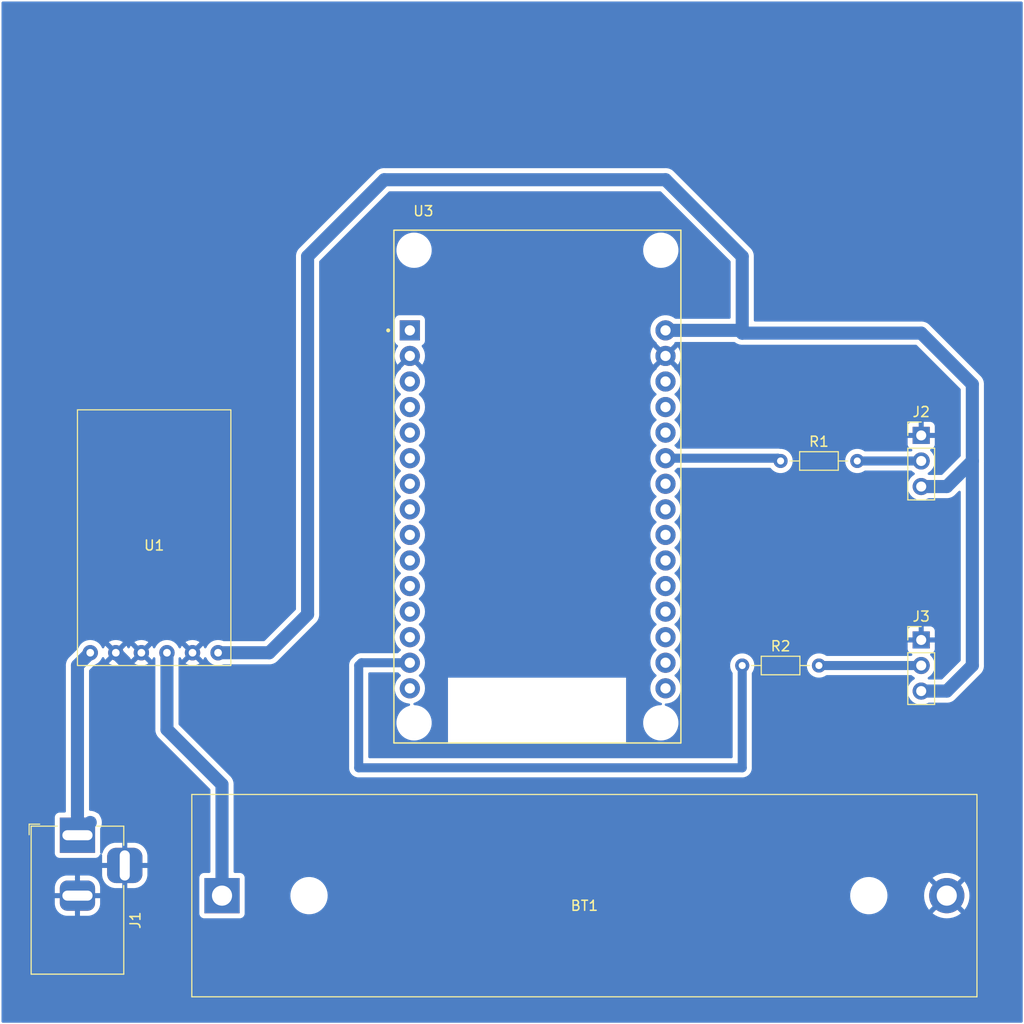
<source format=kicad_pcb>
(kicad_pcb (version 20221018) (generator pcbnew)
  (layers (0 "F.Cu" signal) (31 "B.Cu" signal) (34 "B.Paste" user) (35 "F.Paste" user) (36 "B.SilkS" user "B.Silkscreen") (37 "F.SilkS" user "F.Silkscreen") (38 "B.Mask" user) (39 "F.Mask" user) (44 "Edge.Cuts" user))
  (net 0 "")
  (net 1 "+BATT")
  (net 2 "GND")
  (net 3 "VDC")
  (net 4 "Net-(J2-Pin_2)")
  (net 5 "+5V")
  (net 6 "Net-(J3-Pin_2)")
  (net 7 "Net-(U3-D27)")
  (net 8 "Net-(U3-D22)")
  (footprint "MH-CD42:mh-cd42" (layer "F.Cu") (at 50.8 93.98)
    (fp_text reference "U1" (at 0 0.77 unlocked) (layer "F.SilkS"))
    (fp_text value "mh-cd42")
    (fp_rect (start -7.62 -12.7) (end 7.62 12.7) (stroke (width 0.12)) (fill none) (layer "F.SilkS"))
    (pad "1" thru_hole circle (at -6.35 11.43) (size 1.524 1.524) (drill 0.762) (layers "*.Cu" "*.Mask") (net 3 "VDC"))
    (pad "2" thru_hole circle (at -3.81 11.43) (size 1.524 1.524) (drill 0.762) (layers "*.Cu" "*.Mask") (net 2 "GND"))
    (pad "3" thru_hole circle (at -1.27 11.43) (size 1.524 1.524) (drill 0.762) (layers "*.Cu" "*.Mask") (net 2 "GND"))
    (pad "4" thru_hole circle (at 1.27 11.43) (size 1.524 1.524) (drill 0.762) (layers "*.Cu" "*.Mask") (net 1 "+BATT"))
    (pad "5" thru_hole circle (at 3.81 11.43) (size 1.524 1.524) (drill 0.762) (layers "*.Cu" "*.Mask") (net 2 "GND"))
    (pad "6" thru_hole circle (at 6.35 11.43) (size 1.524 1.524) (drill 0.762) (layers "*.Cu" "*.Mask") (net 5 "+5V"))
  )
  (footprint "Resistor_THT:R_Axial_DIN0204_L3.6mm_D1.6mm_P7.62mm_Horizontal" (layer "F.Cu") (at 113.03 86.36)
    (fp_text reference "R1" (at 3.81 -1.92) (layer "F.SilkS"))
    (fp_text value "330")
    (fp_line (start 0.94 0) (end 1.89 0) (stroke (width 0.12)) (layer "F.SilkS"))
    (fp_line (start 1.89 -0.92) (end 1.89 0.92) (stroke (width 0.12)) (layer "F.SilkS"))
    (fp_line (start 1.89 0.92) (end 5.73 0.92) (stroke (width 0.12)) (layer "F.SilkS"))
    (fp_line (start 5.73 -0.92) (end 1.89 -0.92) (stroke (width 0.12)) (layer "F.SilkS"))
    (fp_line (start 5.73 0.92) (end 5.73 -0.92) (stroke (width 0.12)) (layer "F.SilkS"))
    (fp_line (start 6.68 0) (end 5.73 0) (stroke (width 0.12)) (layer "F.SilkS"))
    (pad "1" thru_hole circle (at 0 0) (size 1.4 1.4) (drill 0.7) (layers "*.Cu" "*.Mask") (net 7 "Net-(U3-D27)"))
    (pad "2" thru_hole oval (at 7.62 0) (size 1.4 1.4) (drill 0.7) (layers "*.Cu" "*.Mask") (net 4 "Net-(J2-Pin_2)"))
  )
  (footprint "Resistor_THT:R_Axial_DIN0204_L3.6mm_D1.6mm_P7.62mm_Horizontal" (layer "F.Cu") (at 109.22 106.68)
    (fp_text reference "R2" (at 3.81 -1.92) (layer "F.SilkS"))
    (fp_text value "330 ")
    (fp_line (start 0.94 0) (end 1.89 0) (stroke (width 0.12)) (layer "F.SilkS"))
    (fp_line (start 1.89 -0.92) (end 1.89 0.92) (stroke (width 0.12)) (layer "F.SilkS"))
    (fp_line (start 1.89 0.92) (end 5.73 0.92) (stroke (width 0.12)) (layer "F.SilkS"))
    (fp_line (start 5.73 -0.92) (end 1.89 -0.92) (stroke (width 0.12)) (layer "F.SilkS"))
    (fp_line (start 5.73 0.92) (end 5.73 -0.92) (stroke (width 0.12)) (layer "F.SilkS"))
    (fp_line (start 6.68 0) (end 5.73 0) (stroke (width 0.12)) (layer "F.SilkS"))
    (pad "1" thru_hole circle (at 0 0) (size 1.4 1.4) (drill 0.7) (layers "*.Cu" "*.Mask") (net 8 "Net-(U3-D22)"))
    (pad "2" thru_hole oval (at 7.62 0) (size 1.4 1.4) (drill 0.7) (layers "*.Cu" "*.Mask") (net 6 "Net-(J3-Pin_2)"))
  )
  (footprint "Connector_BarrelJack:BarrelJack_Horizontal" (layer "F.Cu") (at 43.18 123.54 90)
    (fp_text reference "J1" (at -8.45 5.75 90) (layer "F.SilkS"))
    (fp_text value "Barrel_Jack_Switch")
    (fp_line (start -13.8 -4.6) (end 0.9 -4.6) (stroke (width 0.12)) (layer "F.SilkS"))
    (fp_line (start -13.8 4.6) (end -13.8 -4.6) (stroke (width 0.12)) (layer "F.SilkS"))
    (fp_line (start -5 4.6) (end -13.8 4.6) (stroke (width 0.12)) (layer "F.SilkS"))
    (fp_line (start 0.05 -4.8) (end 1.1 -4.8) (stroke (width 0.12)) (layer "F.SilkS"))
    (fp_line (start 0.9 -4.6) (end 0.9 -2) (stroke (width 0.12)) (layer "F.SilkS"))
    (fp_line (start 0.9 1.9) (end 0.9 4.6) (stroke (width 0.12)) (layer "F.SilkS"))
    (fp_line (start 0.9 4.6) (end -1 4.6) (stroke (width 0.12)) (layer "F.SilkS"))
    (fp_line (start 1.1 -3.75) (end 1.1 -4.8) (stroke (width 0.12)) (layer "F.SilkS"))
    (pad "1" thru_hole rect (at 0 0 90) (size 3.5 3.5) (drill oval 1 3) (layers "*.Cu" "*.Mask") (net 3 "VDC"))
    (pad "2" thru_hole roundrect (at -6 0 90) (size 3 3.5) (drill oval 1 3) (layers "*.Cu" "*.Mask") (net 2 "GND"))
    (pad "3" thru_hole roundrect (at -3 4.7 90) (size 3.5 3.5) (drill oval 3 1) (layers "*.Cu" "*.Mask") (net 2 "GND"))
  )
  (footprint "Connector_PinHeader_2.54mm:PinHeader_1x03_P2.54mm_Vertical" (layer "F.Cu") (at 127 83.82)
    (fp_text reference "J2" (at 0 -2.33) (layer "F.SilkS"))
    (fp_text value "Conn_01x03_Pin")
    (fp_line (start -1.33 -1.33) (end 0 -1.33) (stroke (width 0.12)) (layer "F.SilkS"))
    (fp_line (start -1.33 0) (end -1.33 -1.33) (stroke (width 0.12)) (layer "F.SilkS"))
    (fp_line (start -1.33 1.27) (end -1.33 6.41) (stroke (width 0.12)) (layer "F.SilkS"))
    (fp_line (start -1.33 1.27) (end 1.33 1.27) (stroke (width 0.12)) (layer "F.SilkS"))
    (fp_line (start -1.33 6.41) (end 1.33 6.41) (stroke (width 0.12)) (layer "F.SilkS"))
    (fp_line (start 1.33 1.27) (end 1.33 6.41) (stroke (width 0.12)) (layer "F.SilkS"))
    (pad "1" thru_hole rect (at 0 0) (size 1.7 1.7) (drill 1) (layers "*.Cu" "*.Mask") (net 2 "GND"))
    (pad "2" thru_hole oval (at 0 2.54) (size 1.7 1.7) (drill 1) (layers "*.Cu" "*.Mask") (net 4 "Net-(J2-Pin_2)"))
    (pad "3" thru_hole oval (at 0 5.08) (size 1.7 1.7) (drill 1) (layers "*.Cu" "*.Mask") (net 5 "+5V"))
  )
  (footprint "Connector_PinHeader_2.54mm:PinHeader_1x03_P2.54mm_Vertical" (layer "F.Cu") (at 127 104.14)
    (fp_text reference "J3" (at 0 -2.33) (layer "F.SilkS"))
    (fp_text value "Conn_01x03_Pin")
    (fp_line (start -1.33 -1.33) (end 0 -1.33) (stroke (width 0.12)) (layer "F.SilkS"))
    (fp_line (start -1.33 0) (end -1.33 -1.33) (stroke (width 0.12)) (layer "F.SilkS"))
    (fp_line (start -1.33 1.27) (end -1.33 6.41) (stroke (width 0.12)) (layer "F.SilkS"))
    (fp_line (start -1.33 1.27) (end 1.33 1.27) (stroke (width 0.12)) (layer "F.SilkS"))
    (fp_line (start -1.33 6.41) (end 1.33 6.41) (stroke (width 0.12)) (layer "F.SilkS"))
    (fp_line (start 1.33 1.27) (end 1.33 6.41) (stroke (width 0.12)) (layer "F.SilkS"))
    (pad "1" thru_hole rect (at 0 0) (size 1.7 1.7) (drill 1) (layers "*.Cu" "*.Mask") (net 2 "GND"))
    (pad "2" thru_hole oval (at 0 2.54) (size 1.7 1.7) (drill 1) (layers "*.Cu" "*.Mask") (net 6 "Net-(J3-Pin_2)"))
    (pad "3" thru_hole oval (at 0 5.08) (size 1.7 1.7) (drill 1) (layers "*.Cu" "*.Mask") (net 5 "+5V"))
  )
  (footprint "Battery:BatteryHolder_MPD_BH-18650-PC2" (layer "F.Cu") (at 57.54 129.54)
    (fp_text reference "BT1" (at 36 1) (layer "F.SilkS"))
    (fp_text value "Battery")
    (fp_line (start -3 -10.05) (end 75 -10.05) (stroke (width 0.12)) (layer "F.SilkS"))
    (fp_line (start -3 10.05) (end -3 -10.05) (stroke (width 0.12)) (layer "F.SilkS"))
    (fp_line (start 75 -10.05) (end 75 10.05) (stroke (width 0.12)) (layer "F.SilkS"))
    (fp_line (start 75 10.05) (end -3 10.05) (stroke (width 0.12)) (layer "F.SilkS"))
    (pad "" np_thru_hole circle (at 8.645 0) (size 3.2 3.2) (drill 3.2) (layers "*.Cu" "*.Mask"))
    (pad "" np_thru_hole circle (at 64.255 0) (size 3.2 3.2) (drill 3.2) (layers "*.Cu" "*.Mask"))
    (pad "1" thru_hole rect (at 0 0) (size 3.5 3.5) (drill 2) (layers "*.Cu" "*.Mask") (net 1 "+BATT"))
    (pad "2" thru_hole circle (at 72 0) (size 3.5 3.5) (drill 2) (layers "*.Cu" "*.Mask") (net 2 "GND"))
  )
  (footprint "esp32 dev:MODULE_ESP32_DEVKIT_V1" (layer "F.Cu") (at 88.9 88.9)
    (fp_text reference "U3" (at -11.355 -27.36) (layer "F.SilkS"))
    (fp_text value "ESP32-DEVKIT-V1")
    (fp_line (start -14.28 -25.475) (end -3.211 -25.475) (stroke (width 0.127)) (layer "F.SilkS"))
    (fp_line (start -14.28 -25.475) (end 14.23 -25.475) (stroke (width 0.127)) (layer "F.SilkS"))
    (fp_line (start -14.28 25.475) (end -14.28 -25.475) (stroke (width 0.127)) (layer "F.SilkS"))
    (fp_line (start -14.28 25.475) (end -14.28 -25.475) (stroke (width 0.127)) (layer "F.SilkS"))
    (fp_line (start -14.28 25.475) (end -8.91 25.475) (stroke (width 0.127)) (layer "F.SilkS"))
    (fp_line (start -8.91 25.475) (end 8.78 25.475) (stroke (width 0.127)) (layer "F.SilkS"))
    (fp_line (start -3.211 -25.475) (end 3.5 -25.475) (stroke (width 0.127)) (layer "F.SilkS"))
    (fp_line (start 3.5 -25.475) (end 14.23 -25.475) (stroke (width 0.127)) (layer "F.SilkS"))
    (fp_line (start 8.78 25.475) (end 14.23 25.475) (stroke (width 0.127)) (layer "F.SilkS"))
    (fp_line (start 14.23 -25.475) (end 14.23 25.475) (stroke (width 0.127)) (layer "F.SilkS"))
    (fp_line (start 14.23 -25.475) (end 14.23 25.475) (stroke (width 0.127)) (layer "F.SilkS"))
    (fp_line (start 14.23 25.475) (end -14.28 25.475) (stroke (width 0.127)) (layer "F.SilkS"))
    (fp_circle (center -14.85 -15.515) (end -14.75 -15.515) (stroke (width 0.2)) (fill none) (layer "F.SilkS"))
    (pad "" np_thru_hole circle (at -12.28 -23.475) (size 3 3) (drill 3) (layers "*.Cu" "*.Mask"))
    (pad "" np_thru_hole circle (at -12.28 23.475) (size 3 3) (drill 3) (layers "*.Cu" "*.Mask"))
    (pad "" np_thru_hole circle (at 12.23 -23.475) (size 3 3) (drill 3) (layers "*.Cu" "*.Mask"))
    (pad "" np_thru_hole circle (at 12.23 23.475) (size 3 3) (drill 3) (layers "*.Cu" "*.Mask"))
    (pad "1" thru_hole rect (at -12.7 -15.515) (size 2 2) (drill 1.02) (layers "*.Cu" "*.Mask"))
    (pad "2" thru_hole circle (at -12.7 -12.975) (size 2 2) (drill 1.02) (layers "*.Cu" "*.Mask") (net 2 "GND"))
    (pad "3" thru_hole circle (at -12.7 -10.435) (size 2 2) (drill 1.02) (layers "*.Cu" "*.Mask"))
    (pad "4" thru_hole circle (at -12.7 -7.895) (size 2 2) (drill 1.02) (layers "*.Cu" "*.Mask"))
    (pad "5" thru_hole circle (at -12.7 -5.355) (size 2 2) (drill 1.02) (layers "*.Cu" "*.Mask"))
    (pad "6" thru_hole circle (at -12.7 -2.815) (size 2 2) (drill 1.02) (layers "*.Cu" "*.Mask"))
    (pad "7" thru_hole circle (at -12.7 -0.275) (size 2 2) (drill 1.02) (layers "*.Cu" "*.Mask"))
    (pad "8" thru_hole circle (at -12.7 2.265) (size 2 2) (drill 1.02) (layers "*.Cu" "*.Mask"))
    (pad "9" thru_hole circle (at -12.7 4.805) (size 2 2) (drill 1.02) (layers "*.Cu" "*.Mask"))
    (pad "10" thru_hole circle (at -12.7 7.345) (size 2 2) (drill 1.02) (layers "*.Cu" "*.Mask"))
    (pad "11" thru_hole circle (at -12.7 9.885) (size 2 2) (drill 1.02) (layers "*.Cu" "*.Mask"))
    (pad "12" thru_hole circle (at -12.7 12.425) (size 2 2) (drill 1.02) (layers "*.Cu" "*.Mask"))
    (pad "13" thru_hole circle (at -12.7 14.965) (size 2 2) (drill 1.02) (layers "*.Cu" "*.Mask"))
    (pad "14" thru_hole circle (at -12.7 17.505) (size 2 2) (drill 1.02) (layers "*.Cu" "*.Mask") (net 8 "Net-(U3-D22)"))
    (pad "15" thru_hole circle (at -12.7 20.045) (size 2 2) (drill 1.02) (layers "*.Cu" "*.Mask"))
    (pad "16" thru_hole circle (at 12.7 20.045) (size 2 2) (drill 1.02) (layers "*.Cu" "*.Mask"))
    (pad "17" thru_hole circle (at 12.7 17.505) (size 2 2) (drill 1.02) (layers "*.Cu" "*.Mask"))
    (pad "18" thru_hole circle (at 12.7 14.965) (size 2 2) (drill 1.02) (layers "*.Cu" "*.Mask"))
    (pad "19" thru_hole circle (at 12.7 12.425) (size 2 2) (drill 1.02) (layers "*.Cu" "*.Mask"))
    (pad "20" thru_hole circle (at 12.7 9.885) (size 2 2) (drill 1.02) (layers "*.Cu" "*.Mask"))
    (pad "21" thru_hole circle (at 12.7 7.345) (size 2 2) (drill 1.02) (layers "*.Cu" "*.Mask"))
    (pad "22" thru_hole circle (at 12.7 4.805) (size 2 2) (drill 1.02) (layers "*.Cu" "*.Mask"))
    (pad "23" thru_hole circle (at 12.7 2.265) (size 2 2) (drill 1.02) (layers "*.Cu" "*.Mask"))
    (pad "24" thru_hole circle (at 12.7 -0.275) (size 2 2) (drill 1.02) (layers "*.Cu" "*.Mask"))
    (pad "25" thru_hole circle (at 12.7 -2.815) (size 2 2) (drill 1.02) (layers "*.Cu" "*.Mask") (net 7 "Net-(U3-D27)"))
    (pad "26" thru_hole circle (at 12.7 -5.355) (size 2 2) (drill 1.02) (layers "*.Cu" "*.Mask"))
    (pad "27" thru_hole circle (at 12.7 -7.895) (size 2 2) (drill 1.02) (layers "*.Cu" "*.Mask"))
    (pad "28" thru_hole circle (at 12.7 -10.435) (size 2 2) (drill 1.02) (layers "*.Cu" "*.Mask"))
    (pad "29" thru_hole circle (at 12.7 -12.975) (size 2 2) (drill 1.02) (layers "*.Cu" "*.Mask") (net 2 "GND"))
    (pad "30" thru_hole circle (at 12.7 -15.515) (size 2 2) (drill 1.02) (layers "*.Cu" "*.Mask") (net 5 "+5V"))
    (zone (net 0) (net_name "") (layer "B.Cu") (connect_pads (clearance 0)) (min_thickness 0.01)
      (keepout (tracks not_allowed) (vias not_allowed) (pads not_allowed) (copperpour not_allowed) (footprints allowed))
      (fill (thermal_gap 0.508) (thermal_bridge_width 0.508))
      (polygon (pts (xy 79.99 107.885) (xy 97.68 107.885) (xy 97.68 114.375) (xy 79.99 114.375)))
    )
  )
  (segment (start 57.54 118.5) (end 52.07 113.03) (width 1.3) (layer "B.Cu") (net 1))
  (segment (start 52.07 113.03) (end 52.07 105.41) (width 1.3) (layer "B.Cu") (net 1))
  (segment (start 57.54 129.54) (end 57.54 118.5) (width 1.3) (layer "B.Cu") (net 1))
  (segment (start 47.88 106.3) (end 46.99 105.41) (width 1.3) (layer "B.Cu") (net 2))
  (segment (start 44.45 122.27) (end 43.18 123.54) (width 1.3) (layer "B.Cu") (net 3))
  (segment (start 43.18 106.68) (end 43.18 123.54) (width 1.3) (layer "B.Cu") (net 3))
  (segment (start 44.45 105.41) (end 43.18 106.68) (width 1.3) (layer "B.Cu") (net 3))
  (segment (start 120.65 86.36) (end 127 86.36) (width 0.9) (layer "B.Cu") (net 4))
  (segment (start 57.15 105.41) (end 62.23 105.41) (width 1.3) (layer "B.Cu") (net 5))
  (segment (start 62.23 105.41) (end 66.04 101.6) (width 1.3) (layer "B.Cu") (net 5))
  (segment (start 109.22 66.04) (end 109.22 73.66) (width 1.3) (layer "B.Cu") (net 5))
  (segment (start 109.22 73.66) (end 108.945 73.385) (width 1.3) (layer "B.Cu") (net 5))
  (segment (start 129.54 109.22) (end 127 109.22) (width 1.3) (layer "B.Cu") (net 5))
  (segment (start 73.66 58.42) (end 101.6 58.42) (width 1.3) (layer "B.Cu") (net 5))
  (segment (start 108.945 73.385) (end 101.6 73.385) (width 1.3) (layer "B.Cu") (net 5))
  (segment (start 101.6 58.42) (end 109.22 66.04) (width 1.3) (layer "B.Cu") (net 5))
  (segment (start 66.04 66.04) (end 73.66 58.42) (width 1.3) (layer "B.Cu") (net 5))
  (segment (start 132.08 86.36) (end 129.54 88.9) (width 1.3) (layer "B.Cu") (net 5))
  (segment (start 66.04 101.6) (end 66.04 66.04) (width 1.3) (layer "B.Cu") (net 5))
  (segment (start 132.08 78.74) (end 132.08 86.36) (width 1.3) (layer "B.Cu") (net 5))
  (segment (start 132.08 86.36) (end 132.08 106.68) (width 1.3) (layer "B.Cu") (net 5))
  (segment (start 129.54 88.9) (end 127 88.9) (width 1.3) (layer "B.Cu") (net 5))
  (segment (start 109.22 73.66) (end 127 73.66) (width 1.3) (layer "B.Cu") (net 5))
  (segment (start 132.08 106.68) (end 129.54 109.22) (width 1.3) (layer "B.Cu") (net 5))
  (segment (start 127 73.66) (end 132.08 78.74) (width 1.3) (layer "B.Cu") (net 5))
  (segment (start 116.84 106.68) (end 127 106.68) (width 0.9) (layer "B.Cu") (net 6))
  (segment (start 101.6 86.085) (end 112.755 86.085) (width 0.9) (layer "B.Cu") (net 7))
  (segment (start 112.755 86.085) (end 113.03 86.36) (width 0.9) (layer "B.Cu") (net 7))
  (segment (start 76.2 106.405) (end 71.395 106.405) (width 0.9) (layer "B.Cu") (net 8))
  (segment (start 71.12 116.84) (end 109.22 116.84) (width 0.9) (layer "B.Cu") (net 8))
  (segment (start 109.22 116.84) (end 109.22 106.68) (width 0.9) (layer "B.Cu") (net 8))
  (segment (start 71.12 106.68) (end 71.12 116.84) (width 0.9) (layer "B.Cu") (net 8))
  (segment (start 71.395 106.405) (end 71.12 106.68) (width 0.9) (layer "B.Cu") (net 8))
  (zone (net 2) (net_name "GND") (layer "B.Cu") (connect_pads (clearance 0.5)) (min_thickness 0.25) (fill yes (thermal_gap 0.5) (thermal_bridge_width 0.5))
    (polygon (pts (xy 35.56 40.64) (xy 35.56 142.24) (xy 137.16 142.24) (xy 137.16 40.64)))
  )
)
</source>
